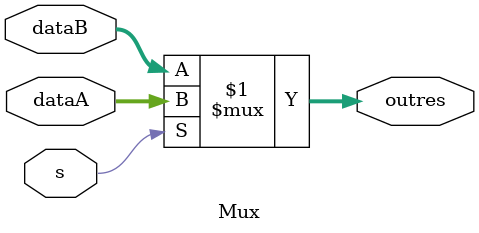
<source format=v>
module Mux(dataA,dataB,s,outres);
  input [63:0] dataA,dataB; 
  input s; 
  output [63:0] outres;
  
  
	assign outres = (s)?dataA:dataB;
endmodule

</source>
